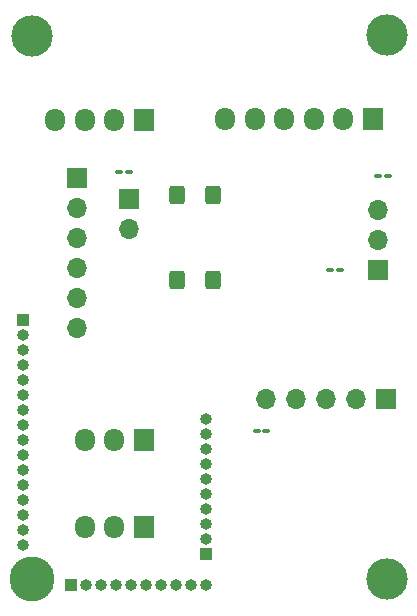
<source format=gts>
G04 #@! TF.GenerationSoftware,KiCad,Pcbnew,7.0.6*
G04 #@! TF.CreationDate,2023-10-04T20:15:19-05:00*
G04 #@! TF.ProjectId,qvadrans_adapter_board,71766164-7261-46e7-935f-616461707465,rev?*
G04 #@! TF.SameCoordinates,Original*
G04 #@! TF.FileFunction,Soldermask,Top*
G04 #@! TF.FilePolarity,Negative*
%FSLAX46Y46*%
G04 Gerber Fmt 4.6, Leading zero omitted, Abs format (unit mm)*
G04 Created by KiCad (PCBNEW 7.0.6) date 2023-10-04 20:15:19*
%MOMM*%
%LPD*%
G01*
G04 APERTURE LIST*
G04 Aperture macros list*
%AMRoundRect*
0 Rectangle with rounded corners*
0 $1 Rounding radius*
0 $2 $3 $4 $5 $6 $7 $8 $9 X,Y pos of 4 corners*
0 Add a 4 corners polygon primitive as box body*
4,1,4,$2,$3,$4,$5,$6,$7,$8,$9,$2,$3,0*
0 Add four circle primitives for the rounded corners*
1,1,$1+$1,$2,$3*
1,1,$1+$1,$4,$5*
1,1,$1+$1,$6,$7*
1,1,$1+$1,$8,$9*
0 Add four rect primitives between the rounded corners*
20,1,$1+$1,$2,$3,$4,$5,0*
20,1,$1+$1,$4,$5,$6,$7,0*
20,1,$1+$1,$6,$7,$8,$9,0*
20,1,$1+$1,$8,$9,$2,$3,0*%
G04 Aperture macros list end*
%ADD10R,1.700000X1.700000*%
%ADD11O,1.700000X1.700000*%
%ADD12RoundRect,0.100000X0.217500X0.100000X-0.217500X0.100000X-0.217500X-0.100000X0.217500X-0.100000X0*%
%ADD13C,3.500000*%
%ADD14R,1.700000X1.950000*%
%ADD15O,1.700000X1.950000*%
%ADD16RoundRect,0.100000X-0.217500X-0.100000X0.217500X-0.100000X0.217500X0.100000X-0.217500X0.100000X0*%
%ADD17O,1.000000X1.000000*%
%ADD18R,1.000000X1.000000*%
%ADD19RoundRect,0.350000X-0.350000X0.450000X-0.350000X-0.450000X0.350000X-0.450000X0.350000X0.450000X0*%
%ADD20C,3.800000*%
G04 APERTURE END LIST*
D10*
X150950000Y-113600000D03*
D11*
X148410000Y-113600000D03*
X145870000Y-113600000D03*
X143330000Y-113600000D03*
X140790000Y-113600000D03*
D12*
X146982500Y-102725000D03*
X146167500Y-102725000D03*
D13*
X150975000Y-128850000D03*
D14*
X130390000Y-89998000D03*
D15*
X127890000Y-89998000D03*
X125390000Y-89998000D03*
X122890000Y-89998000D03*
D10*
X124750000Y-94940000D03*
D11*
X124750000Y-97480000D03*
X124750000Y-100020000D03*
X124750000Y-102560000D03*
X124750000Y-105100000D03*
X124750000Y-107640000D03*
D14*
X149790000Y-89898000D03*
D15*
X147290000Y-89898000D03*
X144790000Y-89898000D03*
X142290000Y-89898000D03*
X139790000Y-89898000D03*
X137290000Y-89898000D03*
D16*
X150267500Y-94700000D03*
X151082500Y-94700000D03*
D10*
X150275000Y-102730000D03*
D11*
X150275000Y-100190000D03*
X150275000Y-97650000D03*
D10*
X129150000Y-96700000D03*
D11*
X129150000Y-99240000D03*
D13*
X150970000Y-82838000D03*
D14*
X130400000Y-117075000D03*
D15*
X127900000Y-117075000D03*
X125400000Y-117075000D03*
D17*
X135705000Y-125440000D03*
X135705000Y-116550000D03*
X135705000Y-117820000D03*
X135705000Y-124170000D03*
X135705000Y-115280000D03*
D18*
X135705000Y-126710000D03*
X124250000Y-129408000D03*
D17*
X125520000Y-129408000D03*
X126790000Y-129408000D03*
X128060000Y-129408000D03*
X129330000Y-129408000D03*
X130600000Y-129408000D03*
D18*
X120150000Y-106958000D03*
D17*
X120150000Y-108228000D03*
X120150000Y-109498000D03*
X120150000Y-110768000D03*
X120150000Y-112038000D03*
X133140000Y-129408000D03*
X134410000Y-129408000D03*
X135680000Y-129408000D03*
X120150000Y-115848000D03*
X120150000Y-117118000D03*
X120150000Y-118388000D03*
X120150000Y-119658000D03*
X120150000Y-120928000D03*
X120150000Y-122198000D03*
X135705000Y-122900000D03*
X135705000Y-121630000D03*
X135705000Y-120360000D03*
X131870000Y-129408000D03*
X135705000Y-119090000D03*
X120150000Y-113308000D03*
X120150000Y-114578000D03*
X120150000Y-123468000D03*
X120150000Y-124738000D03*
X120150000Y-126008000D03*
D14*
X130425000Y-124450000D03*
D15*
X127925000Y-124450000D03*
X125425000Y-124450000D03*
D12*
X129132500Y-94375000D03*
X128317500Y-94375000D03*
D13*
X120975000Y-82850000D03*
D12*
X139967500Y-116325000D03*
X140782500Y-116325000D03*
D19*
X133225000Y-96375000D03*
X133225000Y-103575000D03*
X136225000Y-96375000D03*
X136225000Y-103575000D03*
D20*
X120975000Y-128850000D03*
M02*

</source>
